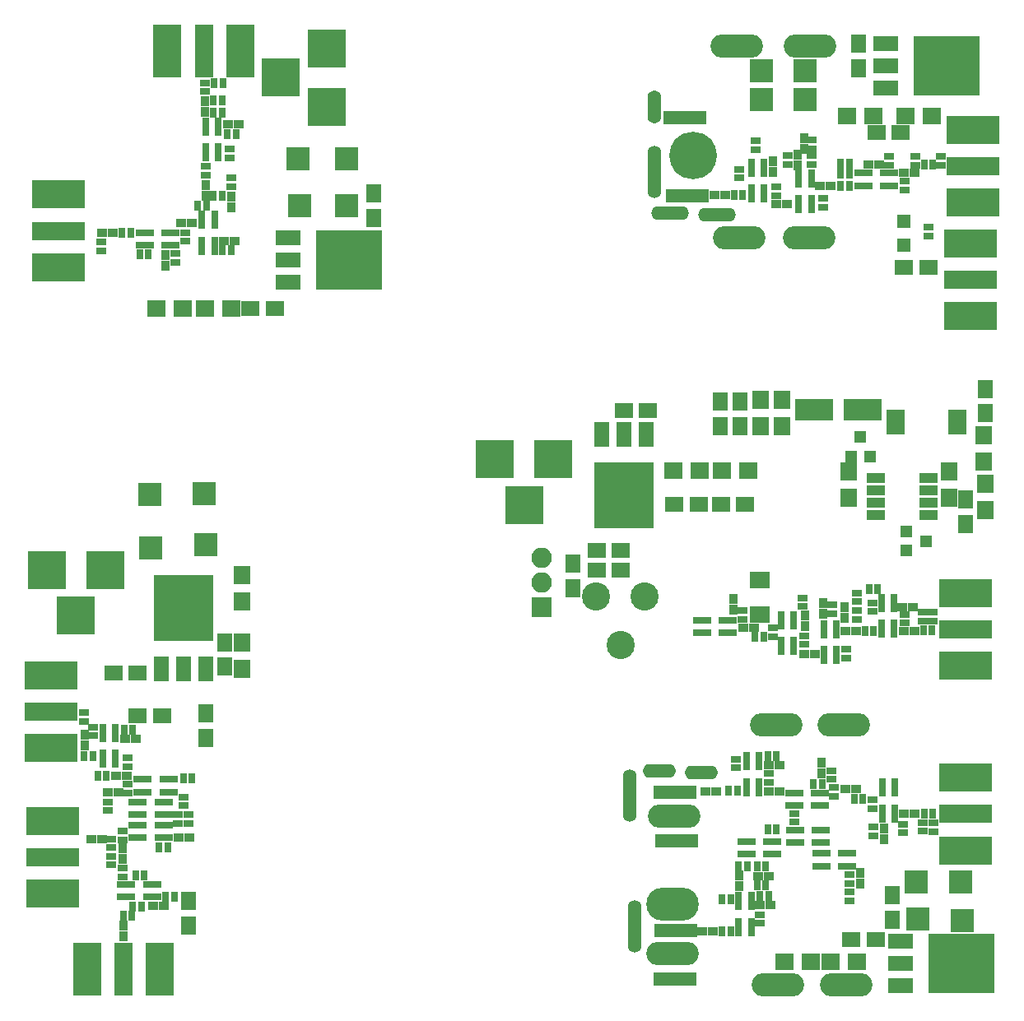
<source format=gbr>
G04 #@! TF.FileFunction,Soldermask,Top*
%FSLAX46Y46*%
G04 Gerber Fmt 4.6, Leading zero omitted, Abs format (unit mm)*
G04 Created by KiCad (PCBNEW 4.0.7) date 07/31/20 11:45:47*
%MOMM*%
%LPD*%
G01*
G04 APERTURE LIST*
%ADD10C,0.100000*%
%ADD11R,2.900000X5.480000*%
%ADD12R,1.900000X5.480000*%
%ADD13R,1.900000X0.800000*%
%ADD14R,5.480000X2.900000*%
%ADD15R,5.480000X1.900000*%
%ADD16R,0.800000X1.900000*%
%ADD17R,1.900000X1.650000*%
%ADD18R,1.900000X1.700000*%
%ADD19R,1.400000X1.400000*%
%ADD20R,4.400000X1.400000*%
%ADD21R,2.400000X2.400000*%
%ADD22R,1.650000X1.900000*%
%ADD23R,3.900000X3.900000*%
%ADD24R,1.600000X2.600000*%
%ADD25R,6.200000X6.800000*%
%ADD26O,1.400000X5.400000*%
%ADD27O,3.400000X1.400000*%
%ADD28O,5.400000X2.400000*%
%ADD29O,1.400000X3.400000*%
%ADD30O,5.400000X3.400000*%
%ADD31O,4.900000X4.900000*%
%ADD32O,3.900000X1.400000*%
%ADD33R,1.700000X1.900000*%
%ADD34C,2.900000*%
%ADD35R,2.100000X2.100000*%
%ADD36O,2.100000X2.100000*%
%ADD37R,1.300000X1.200000*%
%ADD38R,1.200000X1.300000*%
%ADD39R,1.950000X1.000000*%
%ADD40R,2.100000X1.700000*%
%ADD41R,1.900000X2.600000*%
%ADD42R,3.900000X2.200000*%
%ADD43R,1.000000X0.900000*%
%ADD44R,0.900000X1.000000*%
%ADD45R,0.800000X1.000000*%
%ADD46R,1.000000X0.800000*%
%ADD47R,2.600000X1.600000*%
%ADD48R,6.800000X6.200000*%
G04 APERTURE END LIST*
D10*
D11*
X63150000Y-129000000D03*
X70650000Y-129000000D03*
D12*
X66900000Y-129000000D03*
D13*
X68370000Y-111750000D03*
X68370000Y-113050000D03*
X71030000Y-113050000D03*
X71030000Y-111750000D03*
D14*
X59440000Y-98720000D03*
X59440000Y-106220000D03*
D15*
X59440000Y-102470000D03*
D16*
X130150000Y-124630000D03*
X131450000Y-124630000D03*
X131450000Y-121970000D03*
X130150000Y-121970000D03*
D13*
X135870000Y-110850000D03*
X135870000Y-112150000D03*
X138530000Y-112150000D03*
X138530000Y-110850000D03*
D17*
X146850000Y-42900000D03*
X144350000Y-42900000D03*
X147170000Y-56730000D03*
X149670000Y-56730000D03*
D18*
X144050000Y-41200000D03*
X141350000Y-41200000D03*
D19*
X147130000Y-54490000D03*
X147130000Y-51990000D03*
D20*
X124880000Y-49360000D03*
D21*
X137000000Y-39500000D03*
X132500000Y-39500000D03*
X132500000Y-36500000D03*
X137000000Y-36500000D03*
D20*
X124600000Y-41300000D03*
D14*
X154275000Y-50100000D03*
X154275000Y-42600000D03*
D15*
X154275000Y-46350000D03*
D18*
X147350000Y-41200000D03*
X150050000Y-41200000D03*
D14*
X154000000Y-61750000D03*
X154000000Y-54250000D03*
D15*
X154000000Y-58000000D03*
D22*
X113100000Y-87250000D03*
X113100000Y-89750000D03*
D17*
X118350000Y-71500000D03*
X120850000Y-71500000D03*
X123550000Y-81100000D03*
X126050000Y-81100000D03*
X130850000Y-81100000D03*
X128350000Y-81100000D03*
D18*
X128450000Y-77700000D03*
X131150000Y-77700000D03*
D23*
X111100000Y-76500000D03*
X105100000Y-76500000D03*
X108100000Y-81200000D03*
D14*
X153500000Y-97750000D03*
X153500000Y-90250000D03*
D15*
X153500000Y-94000000D03*
D18*
X126150000Y-77700000D03*
X123450000Y-77700000D03*
D24*
X120680000Y-73900000D03*
X118400000Y-73900000D03*
X116120000Y-73900000D03*
D25*
X118400000Y-80200000D03*
D17*
X141760000Y-125952000D03*
X144260000Y-125952000D03*
D18*
X139650000Y-128200000D03*
X142350000Y-128200000D03*
D20*
X123700000Y-125000000D03*
X123600000Y-110800000D03*
D21*
X153200000Y-124000000D03*
D20*
X123600000Y-130000000D03*
D21*
X148400000Y-120000000D03*
X153000000Y-120000000D03*
X148600000Y-123800000D03*
D20*
X123750000Y-115750000D03*
D14*
X153500000Y-116750000D03*
X153500000Y-109250000D03*
D15*
X153500000Y-113000000D03*
D18*
X137550000Y-128200000D03*
X134850000Y-128200000D03*
D26*
X119000000Y-111100000D03*
X119500000Y-124600000D03*
D27*
X122000000Y-108600000D03*
X126300000Y-108700000D03*
D28*
X123500000Y-113200000D03*
D29*
X121510000Y-40260000D03*
D26*
X121540000Y-46940000D03*
D28*
X123400000Y-127400000D03*
D30*
X123400000Y-122300000D03*
D31*
X125500000Y-45200000D03*
D32*
X123100000Y-51200000D03*
X127900000Y-51300000D03*
D22*
X77300000Y-95350000D03*
X77300000Y-97850000D03*
D33*
X79100000Y-95350000D03*
X79100000Y-98050000D03*
D14*
X59630000Y-113710000D03*
X59630000Y-121210000D03*
D15*
X59630000Y-117460000D03*
D21*
X69600000Y-80100000D03*
X75400000Y-85300000D03*
X75200000Y-80000000D03*
X69700000Y-85600000D03*
D33*
X79100000Y-91150000D03*
X79100000Y-88450000D03*
D22*
X73600000Y-124450000D03*
X73600000Y-121950000D03*
D17*
X70850000Y-102900000D03*
X68350000Y-102900000D03*
D22*
X75400000Y-102650000D03*
X75400000Y-105150000D03*
D14*
X60200000Y-49250000D03*
X60200000Y-56750000D03*
D15*
X60200000Y-53000000D03*
D11*
X78900000Y-34475000D03*
X71400000Y-34475000D03*
D12*
X75150000Y-34475000D03*
D17*
X79950000Y-61000000D03*
X82450000Y-61000000D03*
D18*
X75250000Y-61000000D03*
X77950000Y-61000000D03*
D21*
X89800000Y-45600000D03*
X89800000Y-50400000D03*
X85000000Y-50400000D03*
X84800000Y-45600000D03*
D34*
X118000000Y-95640000D03*
X115500000Y-90600000D03*
X120500000Y-90600000D03*
D22*
X153500000Y-80650000D03*
X153500000Y-83150000D03*
X155500000Y-71750000D03*
X155500000Y-69250000D03*
D35*
X109900000Y-91700000D03*
D36*
X109900000Y-89160000D03*
X109900000Y-86620000D03*
D37*
X147400000Y-83950000D03*
X147400000Y-85850000D03*
X149400000Y-84900000D03*
D38*
X141750000Y-76200000D03*
X143650000Y-76200000D03*
X142700000Y-74200000D03*
D33*
X155500000Y-79050000D03*
X155500000Y-81750000D03*
X155400000Y-76750000D03*
X155400000Y-74050000D03*
X151800000Y-77750000D03*
X151800000Y-80450000D03*
X141500000Y-80450000D03*
X141500000Y-77750000D03*
X132400000Y-70350000D03*
X132400000Y-73050000D03*
X134600000Y-73050000D03*
X134600000Y-70350000D03*
D39*
X144300000Y-78395000D03*
X144300000Y-79665000D03*
X144300000Y-80935000D03*
X144300000Y-82205000D03*
X149700000Y-82205000D03*
X149700000Y-80935000D03*
X149700000Y-79665000D03*
X149700000Y-78395000D03*
D22*
X128300000Y-70550000D03*
X128300000Y-73050000D03*
X130300000Y-73050000D03*
X130300000Y-70550000D03*
D40*
X132340000Y-92460000D03*
X132340000Y-88960000D03*
D41*
X152700000Y-72700000D03*
X146300000Y-72700000D03*
D42*
X137900000Y-71400000D03*
X142900000Y-71400000D03*
D17*
X118050000Y-85900000D03*
X115550000Y-85900000D03*
X118050000Y-87900000D03*
X115550000Y-87900000D03*
X65850000Y-98500000D03*
X68350000Y-98500000D03*
D24*
X70820000Y-98100000D03*
X73100000Y-98100000D03*
X75380000Y-98100000D03*
D25*
X73100000Y-91800000D03*
D23*
X65020000Y-87870000D03*
X59020000Y-87870000D03*
X62020000Y-92570000D03*
X87800000Y-40200000D03*
X87800000Y-34200000D03*
X83100000Y-37200000D03*
D28*
X137500000Y-34000000D03*
X130000000Y-34000000D03*
X137400000Y-53700000D03*
X130200000Y-53700000D03*
X134200000Y-130600000D03*
X134000000Y-103800000D03*
X141200000Y-130600000D03*
X141000000Y-103800000D03*
D43*
X128750000Y-49290000D03*
X127650000Y-49290000D03*
D44*
X133730000Y-45830000D03*
X133730000Y-46930000D03*
D43*
X135150000Y-50200000D03*
X134050000Y-50200000D03*
D44*
X136900000Y-44550000D03*
X136900000Y-43450000D03*
D43*
X139650000Y-48400000D03*
X138550000Y-48400000D03*
X144640000Y-46190000D03*
X143540000Y-46190000D03*
X148250000Y-47000000D03*
X147150000Y-47000000D03*
X131750000Y-93800000D03*
X130650000Y-93800000D03*
D44*
X136970000Y-92570000D03*
X136970000Y-93670000D03*
D43*
X138050000Y-96500000D03*
X136950000Y-96500000D03*
X142250000Y-94200000D03*
X141150000Y-94200000D03*
D44*
X141100000Y-91750000D03*
X141100000Y-92850000D03*
D43*
X148120000Y-91720000D03*
X147020000Y-91720000D03*
X148250000Y-94200000D03*
X147150000Y-94200000D03*
X127550000Y-125100000D03*
X126450000Y-125100000D03*
X127850000Y-110700000D03*
X126750000Y-110700000D03*
X133450000Y-122400000D03*
X132350000Y-122400000D03*
D44*
X130200000Y-119350000D03*
X130200000Y-120450000D03*
D43*
X134350000Y-108000000D03*
X133250000Y-108000000D03*
X134350000Y-110700000D03*
X133250000Y-110700000D03*
D44*
X142700000Y-120150000D03*
X142700000Y-119050000D03*
D43*
X133250000Y-119400000D03*
X132150000Y-119400000D03*
D44*
X138700000Y-107750000D03*
X138700000Y-108850000D03*
D43*
X142250000Y-110400000D03*
X141150000Y-110400000D03*
D44*
X145100000Y-115550000D03*
X145100000Y-114450000D03*
D43*
X148250000Y-113000000D03*
X147150000Y-113000000D03*
X67250000Y-109100000D03*
X66150000Y-109100000D03*
X64650000Y-115600000D03*
X63550000Y-115600000D03*
X73650000Y-115400000D03*
X72550000Y-115400000D03*
D44*
X62900000Y-105950000D03*
X62900000Y-104850000D03*
D43*
X68150000Y-105300000D03*
X67050000Y-105300000D03*
D44*
X66800000Y-117650000D03*
X66800000Y-116550000D03*
X66900000Y-125550000D03*
X66900000Y-124450000D03*
D43*
X71040000Y-122420000D03*
X69940000Y-122420000D03*
D44*
X138900000Y-91250000D03*
X138900000Y-92350000D03*
D43*
X65750000Y-53200000D03*
X64650000Y-53200000D03*
D44*
X71200000Y-55450000D03*
X71200000Y-56550000D03*
D43*
X73950000Y-52200000D03*
X72850000Y-52200000D03*
D44*
X78000000Y-49450000D03*
X78000000Y-50550000D03*
X75400000Y-48250000D03*
X75400000Y-49350000D03*
D43*
X78750000Y-42000000D03*
X77650000Y-42000000D03*
D44*
X75300000Y-39650000D03*
X75300000Y-40750000D03*
D43*
X66350000Y-110800000D03*
X65250000Y-110800000D03*
D16*
X131450000Y-49130000D03*
X132750000Y-49130000D03*
X132750000Y-46470000D03*
X131450000Y-46470000D03*
X136350000Y-50230000D03*
X137650000Y-50230000D03*
X137650000Y-47570000D03*
X136350000Y-47570000D03*
D13*
X145630000Y-48350000D03*
X145630000Y-47050000D03*
X142970000Y-47050000D03*
X142970000Y-48350000D03*
X126370000Y-93050000D03*
X126370000Y-94350000D03*
X129030000Y-94350000D03*
X129030000Y-93050000D03*
D16*
X134550000Y-95730000D03*
X135850000Y-95730000D03*
X135850000Y-93070000D03*
X134550000Y-93070000D03*
X138950000Y-96630000D03*
X140250000Y-96630000D03*
X140250000Y-93970000D03*
X138950000Y-93970000D03*
X144850000Y-93930000D03*
X146150000Y-93930000D03*
X146150000Y-91270000D03*
X144850000Y-91270000D03*
X130950000Y-110230000D03*
X132250000Y-110230000D03*
X132250000Y-107570000D03*
X130950000Y-107570000D03*
D13*
X138670000Y-117050000D03*
X138670000Y-118350000D03*
X141330000Y-118350000D03*
X141330000Y-117050000D03*
X130970000Y-115850000D03*
X130970000Y-117150000D03*
X133630000Y-117150000D03*
X133630000Y-115850000D03*
X138630000Y-115950000D03*
X138630000Y-114650000D03*
X135970000Y-114650000D03*
X135970000Y-115950000D03*
D16*
X146250000Y-110270000D03*
X144950000Y-110270000D03*
X144950000Y-112930000D03*
X146250000Y-112930000D03*
X64750000Y-107330000D03*
X66050000Y-107330000D03*
X66050000Y-104670000D03*
X64750000Y-104670000D03*
D13*
X68370000Y-114150000D03*
X68370000Y-115450000D03*
X71030000Y-115450000D03*
X71030000Y-114150000D03*
X67170000Y-120250000D03*
X67170000Y-121550000D03*
X69830000Y-121550000D03*
X69830000Y-120250000D03*
X68870000Y-109450000D03*
X68870000Y-110750000D03*
X71530000Y-110750000D03*
X71530000Y-109450000D03*
X69070000Y-53150000D03*
X69070000Y-54450000D03*
X71730000Y-54450000D03*
X71730000Y-53150000D03*
D16*
X74950000Y-54530000D03*
X76250000Y-54530000D03*
X76250000Y-51870000D03*
X74950000Y-51870000D03*
X75350000Y-44930000D03*
X76650000Y-44930000D03*
X76650000Y-42270000D03*
X75350000Y-42270000D03*
D45*
X130580000Y-49290000D03*
X129680000Y-49290000D03*
D46*
X130200000Y-47550000D03*
X130200000Y-46650000D03*
X131900000Y-44650000D03*
X131900000Y-43750000D03*
X134000000Y-49350000D03*
X134000000Y-48450000D03*
X138900000Y-49650000D03*
X138900000Y-50550000D03*
X137700000Y-44550000D03*
X137700000Y-43650000D03*
X137700000Y-45250000D03*
X137700000Y-46150000D03*
X135200000Y-45250000D03*
X135200000Y-46150000D03*
D45*
X141550000Y-48400000D03*
X140650000Y-48400000D03*
X140650000Y-47100000D03*
X141550000Y-47100000D03*
X141570000Y-46080000D03*
X140670000Y-46080000D03*
D46*
X145600000Y-46250000D03*
X145600000Y-45350000D03*
X148300000Y-46250000D03*
X148300000Y-45350000D03*
D45*
X149250000Y-46200000D03*
X150150000Y-46200000D03*
D46*
X151000000Y-46250000D03*
X151000000Y-45350000D03*
X133700000Y-93850000D03*
X133700000Y-94750000D03*
D45*
X132750000Y-94800000D03*
X131850000Y-94800000D03*
D46*
X136700000Y-91650000D03*
X136700000Y-90750000D03*
X136900000Y-95550000D03*
X136900000Y-94650000D03*
X142300000Y-91150000D03*
X142300000Y-90250000D03*
X142300000Y-92050000D03*
X142300000Y-92950000D03*
X139800000Y-91450000D03*
X139800000Y-92350000D03*
X62800000Y-103450000D03*
X62800000Y-102550000D03*
D45*
X144470000Y-89870000D03*
X143570000Y-89870000D03*
D46*
X147200000Y-93350000D03*
X147200000Y-92450000D03*
X149100000Y-93150000D03*
X149100000Y-92250000D03*
X65300000Y-112650000D03*
X65300000Y-111750000D03*
D45*
X149150000Y-94100000D03*
X150050000Y-94100000D03*
D46*
X150100000Y-93150000D03*
X150100000Y-92250000D03*
D45*
X64250000Y-109100000D03*
X65150000Y-109100000D03*
D46*
X73100000Y-112150000D03*
X73100000Y-111250000D03*
X67300000Y-110850000D03*
X67300000Y-109950000D03*
D45*
X129350000Y-125100000D03*
X128450000Y-125100000D03*
X130050000Y-110600000D03*
X129150000Y-110600000D03*
D46*
X132300000Y-124250000D03*
X132300000Y-123350000D03*
X129900000Y-108250000D03*
X129900000Y-107350000D03*
D45*
X132350000Y-121400000D03*
X133250000Y-121400000D03*
X129350000Y-121800000D03*
X128450000Y-121800000D03*
X134050000Y-107000000D03*
X133150000Y-107000000D03*
D46*
X133300000Y-109750000D03*
X133300000Y-108850000D03*
D45*
X130150000Y-118400000D03*
X131050000Y-118400000D03*
D46*
X141600000Y-121950000D03*
X141600000Y-121050000D03*
X141600000Y-120150000D03*
X141600000Y-119250000D03*
D45*
X132050000Y-120300000D03*
X132950000Y-120300000D03*
X132950000Y-118400000D03*
X132050000Y-118400000D03*
D46*
X140000000Y-111150000D03*
X140000000Y-110250000D03*
X139700000Y-109450000D03*
X139700000Y-108550000D03*
D45*
X137850000Y-109900000D03*
X138750000Y-109900000D03*
X142950000Y-111400000D03*
X142050000Y-111400000D03*
D46*
X143900000Y-111550000D03*
X143900000Y-112450000D03*
X144000000Y-114350000D03*
X144000000Y-115250000D03*
X147100000Y-114050000D03*
X147100000Y-114950000D03*
X149130000Y-113880000D03*
X149130000Y-114780000D03*
D45*
X149250000Y-113000000D03*
X150150000Y-113000000D03*
D46*
X150170000Y-113900000D03*
X150170000Y-114800000D03*
X67300000Y-108150000D03*
X67300000Y-107250000D03*
X72500000Y-113050000D03*
X72500000Y-113950000D03*
X63800000Y-104050000D03*
X63800000Y-104950000D03*
X73600000Y-113950000D03*
X73600000Y-113050000D03*
X66800000Y-118550000D03*
X66800000Y-119450000D03*
D45*
X73950000Y-109300000D03*
X73050000Y-109300000D03*
X70550000Y-116400000D03*
X71450000Y-116400000D03*
D46*
X66800000Y-115650000D03*
X66800000Y-114750000D03*
D45*
X66950000Y-104300000D03*
X67850000Y-104300000D03*
D46*
X65600000Y-115550000D03*
X65600000Y-116450000D03*
X65600000Y-117350000D03*
X65600000Y-118250000D03*
D45*
X63750000Y-107000000D03*
X62850000Y-107000000D03*
X69050000Y-119300000D03*
X68150000Y-119300000D03*
X71200000Y-121490000D03*
X72100000Y-121490000D03*
X68750000Y-122530000D03*
X67850000Y-122530000D03*
X66850000Y-123470000D03*
X67750000Y-123470000D03*
X66750000Y-53200000D03*
X67650000Y-53200000D03*
D46*
X64600000Y-54150000D03*
X64600000Y-55050000D03*
D45*
X69450000Y-55400000D03*
X68550000Y-55400000D03*
D46*
X72200000Y-55350000D03*
X72200000Y-56250000D03*
X73250000Y-54060000D03*
X73250000Y-53160000D03*
D45*
X75450000Y-50400000D03*
X74550000Y-50400000D03*
D46*
X78000000Y-48450000D03*
X78000000Y-47550000D03*
D45*
X77050000Y-49400000D03*
X76150000Y-49400000D03*
X77980000Y-54980000D03*
X77080000Y-54980000D03*
D46*
X75400000Y-46350000D03*
X75400000Y-47250000D03*
X77800000Y-45450000D03*
X77800000Y-44550000D03*
D45*
X77550000Y-43000000D03*
X78450000Y-43000000D03*
X76150000Y-40800000D03*
X77050000Y-40800000D03*
X76150000Y-39600000D03*
X77050000Y-39600000D03*
D46*
X75300000Y-38650000D03*
X75300000Y-37750000D03*
D45*
X76200000Y-37820000D03*
X77100000Y-37820000D03*
D46*
X147200000Y-48750000D03*
X147200000Y-47850000D03*
X149700000Y-52620000D03*
X149700000Y-53520000D03*
D44*
X136200000Y-45150000D03*
X136200000Y-46250000D03*
D45*
X144050000Y-94200000D03*
X143150000Y-94200000D03*
D46*
X143900000Y-92150000D03*
X143900000Y-91250000D03*
X130600000Y-92950000D03*
X130600000Y-92050000D03*
X141200000Y-96050000D03*
X141200000Y-96950000D03*
D44*
X129590000Y-90890000D03*
X129590000Y-91990000D03*
D45*
X134050000Y-114600000D03*
X133150000Y-114600000D03*
D46*
X135900000Y-112950000D03*
X135900000Y-113850000D03*
D43*
X78280000Y-54030000D03*
X77180000Y-54030000D03*
D18*
X72950000Y-61000000D03*
X70250000Y-61000000D03*
D22*
X92600000Y-49150000D03*
X92600000Y-51650000D03*
D47*
X83800000Y-53720000D03*
X83800000Y-56000000D03*
X83800000Y-58280000D03*
D48*
X90100000Y-56000000D03*
D22*
X146000000Y-121350000D03*
X146000000Y-123850000D03*
D47*
X146800000Y-126120000D03*
X146800000Y-128400000D03*
X146800000Y-130680000D03*
D48*
X153100000Y-128400000D03*
D22*
X142500000Y-36250000D03*
X142500000Y-33750000D03*
D47*
X145300000Y-33720000D03*
X145300000Y-36000000D03*
X145300000Y-38280000D03*
D48*
X151600000Y-36000000D03*
M02*

</source>
